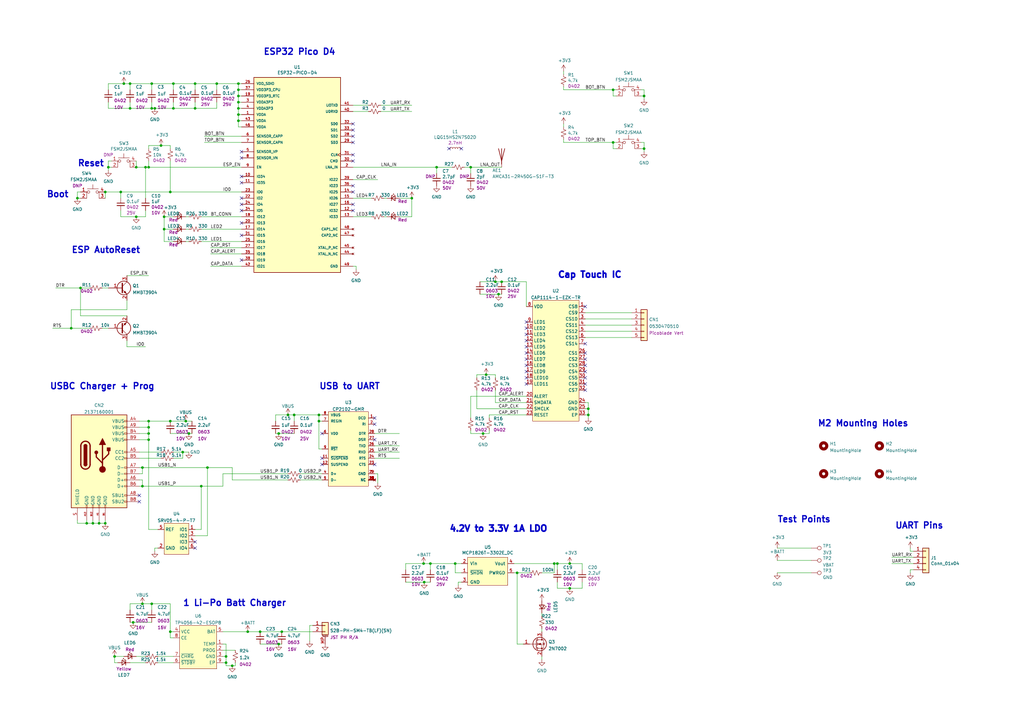
<source format=kicad_sch>
(kicad_sch (version 20211123) (generator eeschema)
  (paper "A3")
  (title_block (title "LightsProject") (rev "C") (comment 1 "Aaron"))
  (junction (at 69.85 78.74))
  (junction (at 205.74 115.57))
  (junction (at 66.04 59.69))
  (junction (at 55.88 68.58))
  (junction (at 60.96 68.58))
  (junction (at 85.09 191.77))
  (junction (at 49.53 78.74))
  (junction (at 44.45 68.58))
  (junction (at 74.93 185.42))
  (junction (at 82.55 199.39))
  (junction (at 233.68 241.3))
  (junction (at 115.57 259.08))
  (junction (at 193.04 68.58))
  (junction (at 251.46 36.83))
  (junction (at 53.34 44.45))
  (junction (at 204.47 120.65))
  (junction (at 173.99 238.76))
  (junction (at 176.53 231.14))
  (junction (at 97.79 46.99))
  (junction (at 88.9 34.29))
  (junction (at 80.01 44.45))
  (junction (at 228.6 231.14))
  (junction (at 43.18 214.63))
  (junction (at 264.16 60.96))
  (junction (at 241.3 167.64))
  (junction (at 227.33 231.14))
  (junction (at 71.12 34.29))
  (junction (at 264.16 39.37))
  (junction (at 58.42 199.39))
  (junction (at 63.5 44.45))
  (junction (at 67.31 93.98))
  (junction (at 186.69 231.14))
  (junction (at 92.71 269.24))
  (junction (at 233.68 231.14))
  (junction (at 76.2 172.72))
  (junction (at 97.79 44.45))
  (junction (at 106.68 259.08))
  (junction (at 53.34 34.29))
  (junction (at 43.18 78.74))
  (junction (at 120.65 170.18))
  (junction (at 50.8 34.29))
  (junction (at 60.96 180.34))
  (junction (at 97.79 49.53))
  (junction (at 251.46 58.42))
  (junction (at 97.79 34.29))
  (junction (at 31.75 81.28))
  (junction (at 67.31 88.9))
  (junction (at 95.25 273.05))
  (junction (at 114.3 177.8))
  (junction (at 60.96 175.26))
  (junction (at 97.79 36.83))
  (junction (at 69.85 172.72))
  (junction (at 71.12 44.45))
  (junction (at 59.69 68.58))
  (junction (at 55.88 88.9))
  (junction (at 130.81 172.72))
  (junction (at 46.99 269.24))
  (junction (at 58.42 191.77))
  (junction (at 212.09 234.95))
  (junction (at 60.96 172.72))
  (junction (at 54.61 255.27))
  (junction (at 179.07 68.58))
  (junction (at 199.39 153.67))
  (junction (at 203.2 115.57))
  (junction (at 97.79 41.91))
  (junction (at 173.7271 231.14))
  (junction (at 62.23 44.45))
  (junction (at 114.3 264.16))
  (junction (at 101.6 259.08))
  (junction (at 60.96 177.8))
  (junction (at 35.56 214.63))
  (junction (at 130.81 170.18))
  (junction (at 97.79 39.37))
  (junction (at 38.1 214.63))
  (junction (at 118.11 170.18))
  (junction (at 62.23 247.65))
  (junction (at 29.21 134.62))
  (junction (at 168.91 81.28))
  (junction (at 92.71 271.78))
  (junction (at 69.85 259.08))
  (junction (at 40.64 214.63))
  (junction (at 198.12 177.8))
  (junction (at 77.47 177.8))
  (junction (at 241.3 170.18))
  (junction (at 80.01 34.29))
  (junction (at 33.02 118.11))
  (junction (at 58.42 247.65))
  (junction (at 62.23 34.29))
  (no_connect (at 80.01 222.25))
  (no_connect (at 240.03 152.4))
  (no_connect (at 144.78 53.34))
  (no_connect (at 99.06 96.52))
  (no_connect (at 215.9 154.94))
  (no_connect (at 99.06 64.77))
  (no_connect (at 144.78 58.42))
  (no_connect (at 57.15 205.74))
  (no_connect (at 99.06 91.44))
  (no_connect (at 184.15 60.96))
  (no_connect (at 99.06 81.28))
  (no_connect (at 144.78 63.5))
  (no_connect (at 80.01 224.79))
  (no_connect (at 153.67 180.34))
  (no_connect (at 99.06 72.39))
  (no_connect (at 240.03 160.02))
  (no_connect (at 132.08 187.96))
  (no_connect (at 215.9 142.24))
  (no_connect (at 144.78 66.04))
  (no_connect (at 144.78 76.2))
  (no_connect (at 215.9 157.48))
  (no_connect (at 215.9 144.78))
  (no_connect (at 99.06 86.36))
  (no_connect (at 144.78 78.74))
  (no_connect (at 132.08 177.8))
  (no_connect (at 215.9 137.16))
  (no_connect (at 57.15 203.2))
  (no_connect (at 99.06 83.82))
  (no_connect (at 153.67 190.5))
  (no_connect (at 99.06 74.93))
  (no_connect (at 215.9 132.08))
  (no_connect (at 153.67 171.45))
  (no_connect (at 215.9 147.32))
  (no_connect (at 240.03 147.32))
  (no_connect (at 240.03 154.94))
  (no_connect (at 189.23 60.96))
  (no_connect (at 144.78 83.82))
  (no_connect (at 99.06 106.68))
  (no_connect (at 215.9 152.4))
  (no_connect (at 144.78 50.8))
  (no_connect (at 153.67 173.99))
  (no_connect (at 215.9 149.86))
  (no_connect (at 240.03 140.97))
  (no_connect (at 144.78 55.88))
  (no_connect (at 215.9 134.62))
  (no_connect (at 240.03 144.78))
  (no_connect (at 132.08 190.5))
  (no_connect (at 240.03 157.48))
  (no_connect (at 144.78 86.36))
  (no_connect (at 240.03 149.86))
  (no_connect (at 240.03 125.73))
  (no_connect (at 99.06 62.23))
  (no_connect (at 215.9 139.7))
  (wire (pts (xy 132.08 172.72) (xy 130.81 172.72)))
  (wire (pts (xy 52.07 113.03) (xy 60.96 113.03)))
  (wire (pts (xy 97.79 46.99) (xy 97.79 49.53)))
  (wire (pts (xy 83.82 58.42) (xy 99.06 58.42)))
  (wire (pts (xy 40.64 214.63) (xy 43.18 214.63)))
  (wire (pts (xy 240.03 170.18) (xy 241.3 170.18)))
  (wire (pts (xy 144.78 43.18) (xy 151.13 43.18)))
  (wire (pts (xy 130.81 172.72) (xy 130.81 170.18)))
  (wire (pts (xy 203.2 160.02) (xy 203.2 165.1)))
  (wire (pts (xy 80.01 217.17) (xy 82.55 217.17)))
  (wire (pts (xy 210.82 231.14) (xy 227.33 231.14)))
  (wire (pts (xy 60.96 66.04) (xy 60.96 68.58)))
  (wire (pts (xy 69.85 259.08) (xy 71.12 259.08)))
  (wire (pts (xy 22.86 118.11) (xy 33.02 118.11)))
  (wire (pts (xy 50.8 34.29) (xy 53.34 34.29)))
  (wire (pts (xy 74.93 185.42) (xy 77.47 185.42)))
  (wire (pts (xy 240.03 133.35) (xy 259.08 133.35)))
  (wire (pts (xy 31.75 78.74) (xy 31.75 81.28)))
  (wire (pts (xy 144.78 109.22) (xy 146.05 109.22)))
  (wire (pts (xy 80.01 219.71) (xy 85.09 219.71)))
  (wire (pts (xy 44.45 66.04) (xy 44.45 68.58)))
  (wire (pts (xy 88.9 44.45) (xy 88.9 41.91)))
  (wire (pts (xy 29.21 134.62) (xy 36.83 134.62)))
  (wire (pts (xy 203.2 165.1) (xy 215.9 165.1)))
  (wire (pts (xy 45.72 66.04) (xy 44.45 66.04)))
  (wire (pts (xy 144.78 73.66) (xy 154.94 73.66)))
  (wire (pts (xy 49.53 88.9) (xy 55.88 88.9)))
  (wire (pts (xy 179.07 68.58) (xy 185.42 68.58)))
  (wire (pts (xy 146.05 109.22) (xy 146.05 110.49)))
  (wire (pts (xy 88.9 34.29) (xy 88.9 36.83)))
  (wire (pts (xy 53.34 41.91) (xy 53.34 44.45)))
  (wire (pts (xy 41.91 134.62) (xy 44.45 134.62)))
  (wire (pts (xy 67.31 88.9) (xy 71.12 88.9)))
  (wire (pts (xy 373.38 233.68) (xy 374.65 233.68)))
  (wire (pts (xy 166.37 231.14) (xy 173.7271 231.14)))
  (wire (pts (xy 71.12 44.45) (xy 80.01 44.45)))
  (wire (pts (xy 114.3 264.16) (xy 115.57 264.16)))
  (wire (pts (xy 46.99 269.24) (xy 50.8 269.24)))
  (wire (pts (xy 365.76 231.14) (xy 374.65 231.14)))
  (wire (pts (xy 96.52 271.78) (xy 96.52 273.05)))
  (wire (pts (xy 63.5 226.06) (xy 63.5 224.79)))
  (wire (pts (xy 46.99 271.78) (xy 46.99 269.24)))
  (wire (pts (xy 113.03 170.18) (xy 118.11 170.18)))
  (wire (pts (xy 203.2 115.57) (xy 205.74 115.57)))
  (wire (pts (xy 62.23 41.91) (xy 62.23 44.45)))
  (wire (pts (xy 228.6 238.76) (xy 228.6 241.3)))
  (wire (pts (xy 127 256.54) (xy 128.27 256.54)))
  (wire (pts (xy 44.45 68.58) (xy 44.45 69.85)))
  (wire (pts (xy 58.42 199.39) (xy 82.55 199.39)))
  (wire (pts (xy 57.15 172.72) (xy 60.96 172.72)))
  (wire (pts (xy 156.21 45.72) (xy 168.91 45.72)))
  (wire (pts (xy 166.37 233.68) (xy 166.37 231.14)))
  (wire (pts (xy 373.38 234.95) (xy 373.38 233.68)))
  (wire (pts (xy 212.09 234.95) (xy 210.82 234.95)))
  (wire (pts (xy 222.25 234.95) (xy 227.33 234.95)))
  (wire (pts (xy 373.38 226.06) (xy 374.65 226.06)))
  (wire (pts (xy 365.76 228.6) (xy 374.65 228.6)))
  (wire (pts (xy 212.09 264.16) (xy 212.09 234.95)))
  (wire (pts (xy 186.69 231.14) (xy 189.23 231.14)))
  (wire (pts (xy 71.12 41.91) (xy 71.12 44.45)))
  (wire (pts (xy 217.17 234.95) (xy 212.09 234.95)))
  (wire (pts (xy 60.96 180.34) (xy 60.96 217.17)))
  (wire (pts (xy 195.58 154.94) (xy 195.58 153.67)))
  (wire (pts (xy 264.16 36.83) (xy 264.16 39.37)))
  (wire (pts (xy 227.33 234.95) (xy 227.33 231.14)))
  (wire (pts (xy 97.79 36.83) (xy 97.79 39.37)))
  (wire (pts (xy 240.03 138.43) (xy 259.08 138.43)))
  (wire (pts (xy 69.85 172.72) (xy 76.2 172.72)))
  (wire (pts (xy 204.47 120.65) (xy 205.74 120.65)))
  (wire (pts (xy 193.04 162.56) (xy 193.04 171.45)))
  (wire (pts (xy 193.04 71.12) (xy 193.04 68.58)))
  (wire (pts (xy 62.23 36.83) (xy 62.23 34.29)))
  (wire (pts (xy 60.96 59.69) (xy 60.96 60.96)))
  (wire (pts (xy 123.19 194.31) (xy 132.08 194.31)))
  (wire (pts (xy 318.77 234.95) (xy 332.74 234.95)))
  (wire (pts (xy 43.18 78.74) (xy 49.53 78.74)))
  (wire (pts (xy 228.6 241.3) (xy 233.68 241.3)))
  (wire (pts (xy 99.06 49.53) (xy 97.79 49.53)))
  (wire (pts (xy 44.45 36.83) (xy 44.45 34.29)))
  (wire (pts (xy 44.45 34.29) (xy 50.8 34.29)))
  (wire (pts (xy 97.79 49.53) (xy 97.79 52.07)))
  (wire (pts (xy 153.67 185.42) (xy 163.83 185.42)))
  (wire (pts (xy 115.57 259.08) (xy 128.27 259.08)))
  (wire (pts (xy 240.03 130.81) (xy 259.08 130.81)))
  (wire (pts (xy 193.04 68.58) (xy 205.74 68.58)))
  (wire (pts (xy 231.14 58.42) (xy 251.46 58.42)))
  (wire (pts (xy 85.09 191.77) (xy 95.25 191.77)))
  (wire (pts (xy 251.46 36.83) (xy 252.73 36.83)))
  (wire (pts (xy 92.71 269.24) (xy 92.71 271.78)))
  (wire (pts (xy 69.85 259.08) (xy 69.85 247.65)))
  (wire (pts (xy 222.25 252.73) (xy 222.25 251.46)))
  (wire (pts (xy 231.14 29.21) (xy 231.14 30.48)))
  (wire (pts (xy 91.44 259.08) (xy 101.6 259.08)))
  (wire (pts (xy 66.04 59.69) (xy 60.96 59.69)))
  (wire (pts (xy 193.04 68.58) (xy 190.5 68.58)))
  (wire (pts (xy 69.85 177.8) (xy 77.47 177.8)))
  (wire (pts (xy 200.66 170.18) (xy 200.66 171.45)))
  (wire (pts (xy 189.23 234.95) (xy 186.69 234.95)))
  (wire (pts (xy 57.15 191.77) (xy 58.42 191.77)))
  (wire (pts (xy 53.34 250.19) (xy 53.34 247.65)))
  (wire (pts (xy 53.34 247.65) (xy 58.42 247.65)))
  (wire (pts (xy 35.56 213.36) (xy 35.56 214.63)))
  (wire (pts (xy 233.68 231.14) (xy 238.76 231.14)))
  (wire (pts (xy 76.2 99.06) (xy 77.47 99.06)))
  (wire (pts (xy 76.2 172.72) (xy 78.74 172.72)))
  (wire (pts (xy 251.46 39.37) (xy 251.46 36.83)))
  (wire (pts (xy 40.64 213.36) (xy 40.64 214.63)))
  (wire (pts (xy 238.76 241.3) (xy 238.76 238.76)))
  (wire (pts (xy 99.06 46.99) (xy 97.79 46.99)))
  (wire (pts (xy 60.96 68.58) (xy 99.06 68.58)))
  (wire (pts (xy 60.96 68.58) (xy 59.69 68.58)))
  (wire (pts (xy 80.01 41.91) (xy 80.01 44.45)))
  (wire (pts (xy 120.65 170.18) (xy 120.65 172.72)))
  (wire (pts (xy 99.06 39.37) (xy 97.79 39.37)))
  (wire (pts (xy 130.81 170.18) (xy 132.08 170.18)))
  (wire (pts (xy 33.02 81.28) (xy 31.75 81.28)))
  (wire (pts (xy 153.67 182.88) (xy 163.83 182.88)))
  (wire (pts (xy 262.89 60.96) (xy 264.16 60.96)))
  (wire (pts (xy 92.71 264.16) (xy 92.71 269.24)))
  (wire (pts (xy 231.14 50.8) (xy 231.14 52.07)))
  (wire (pts (xy 53.34 255.27) (xy 54.61 255.27)))
  (wire (pts (xy 83.82 55.88) (xy 99.06 55.88)))
  (wire (pts (xy 57.15 196.85) (xy 58.42 196.85)))
  (wire (pts (xy 156.21 43.18) (xy 168.91 43.18)))
  (wire (pts (xy 251.46 60.96) (xy 251.46 58.42)))
  (wire (pts (xy 49.53 78.74) (xy 69.85 78.74)))
  (wire (pts (xy 163.83 81.28) (xy 168.91 81.28)))
  (wire (pts (xy 21.59 134.62) (xy 29.21 134.62)))
  (wire (pts (xy 86.36 104.14) (xy 99.06 104.14)))
  (wire (pts (xy 43.18 81.28) (xy 43.18 78.74)))
  (wire (pts (xy 49.53 86.36) (xy 49.53 88.9)))
  (wire (pts (xy 69.85 78.74) (xy 99.06 78.74)))
  (wire (pts (xy 233.68 241.3) (xy 238.76 241.3)))
  (wire (pts (xy 45.72 68.58) (xy 44.45 68.58)))
  (wire (pts (xy 106.68 264.16) (xy 114.3 264.16)))
  (wire (pts (xy 35.56 214.63) (xy 38.1 214.63)))
  (wire (pts (xy 373.38 224.79) (xy 373.38 226.06)))
  (wire (pts (xy 31.75 213.36) (xy 31.75 214.63)))
  (wire (pts (xy 82.55 99.06) (xy 99.06 99.06)))
  (wire (pts (xy 222.25 259.08) (xy 222.25 257.81)))
  (wire (pts (xy 38.1 214.63) (xy 40.64 214.63)))
  (wire (pts (xy 97.79 39.37) (xy 97.79 41.91)))
  (wire (pts (xy 60.96 177.8) (xy 60.96 180.34)))
  (wire (pts (xy 132.08 184.15) (xy 130.81 184.15)))
  (wire (pts (xy 38.1 213.36) (xy 38.1 214.63)))
  (wire (pts (xy 176.53 231.14) (xy 176.53 233.68)))
  (wire (pts (xy 114.3 177.8) (xy 120.65 177.8)))
  (wire (pts (xy 99.06 41.91) (xy 97.79 41.91)))
  (wire (pts (xy 60.96 172.72) (xy 69.85 172.72)))
  (wire (pts (xy 238.76 231.14) (xy 238.76 233.68)))
  (wire (pts (xy 228.6 231.14) (xy 233.68 231.14)))
  (wire (pts (xy 64.77 217.17) (xy 60.96 217.17)))
  (wire (pts (xy 264.16 58.42) (xy 264.16 60.96)))
  (wire (pts (xy 95.25 196.85) (xy 118.11 196.85)))
  (wire (pts (xy 62.23 34.29) (xy 71.12 34.29)))
  (wire (pts (xy 53.34 34.29) (xy 62.23 34.29)))
  (wire (pts (xy 48.26 271.78) (xy 46.99 271.78)))
  (wire (pts (xy 240.03 135.89) (xy 259.08 135.89)))
  (wire (pts (xy 59.69 68.58) (xy 55.88 68.58)))
  (wire (pts (xy 69.85 247.65) (xy 62.23 247.65)))
  (wire (pts (xy 231.14 36.83) (xy 251.46 36.83)))
  (wire (pts (xy 231.14 58.42) (xy 231.14 57.15)))
  (wire (pts (xy 99.06 36.83) (xy 97.79 36.83)))
  (wire (pts (xy 57.15 187.96) (xy 66.04 187.96)))
  (wire (pts (xy 240.03 128.27) (xy 259.08 128.27)))
  (wire (pts (xy 58.42 196.85) (xy 58.42 199.39)))
  (wire (pts (xy 200.66 177.8) (xy 200.66 176.53)))
  (wire (pts (xy 57.15 194.31) (xy 58.42 194.31)))
  (wire (pts (xy 64.77 271.78) (xy 71.12 271.78)))
  (wire (pts (xy 63.5 44.45) (xy 71.12 44.45)))
  (wire (pts (xy 60.96 172.72) (xy 60.96 175.26)))
  (wire (pts (xy 76.2 88.9) (xy 77.47 88.9)))
  (wire (pts (xy 166.37 238.76) (xy 173.99 238.76)))
  (wire (pts (xy 196.85 120.65) (xy 204.47 120.65)))
  (wire (pts (xy 52.07 142.24) (xy 59.69 142.24)))
  (wire (pts (xy 95.25 191.77) (xy 95.25 196.85)))
  (wire (pts (xy 199.39 153.67) (xy 203.2 153.67)))
  (wire (pts (xy 176.53 231.14) (xy 186.69 231.14)))
  (wire (pts (xy 69.85 59.69) (xy 66.04 59.69)))
  (wire (pts (xy 95.25 273.05) (xy 92.71 273.05)))
  (wire (pts (xy 187.96 238.76) (xy 189.23 238.76)))
  (wire (pts (xy 153.67 194.31) (xy 154.94 194.31)))
  (wire (pts (xy 123.19 196.85) (xy 132.08 196.85)))
  (wire (pts (xy 154.94 194.31) (xy 154.94 198.12)))
  (wire (pts (xy 82.55 93.98) (xy 99.06 93.98)))
  (wire (pts (xy 130.81 184.15) (xy 130.81 172.72)))
  (wire (pts (xy 205.74 115.57) (xy 215.9 115.57)))
  (wire (pts (xy 203.2 153.67) (xy 203.2 154.94)))
  (wire (pts (xy 195.58 167.64) (xy 215.9 167.64)))
  (wire (pts (xy 74.93 187.96) (xy 74.93 185.42)))
  (wire (pts (xy 106.68 259.08) (xy 115.57 259.08)))
  (wire (pts (xy 101.6 259.08) (xy 106.68 259.08)))
  (wire (pts (xy 64.77 269.24) (xy 71.12 269.24)))
  (wire (pts (xy 59.69 81.28) (xy 59.69 68.58)))
  (wire (pts (xy 58.42 247.65) (xy 62.23 247.65)))
  (wire (pts (xy 193.04 177.8) (xy 198.12 177.8)))
  (wire (pts (xy 49.53 81.28) (xy 49.53 78.74)))
  (wire (pts (xy 31.75 214.63) (xy 35.56 214.63)))
  (wire (pts (xy 91.44 269.24) (xy 92.71 269.24)))
  (wire (pts (xy 187.96 240.03) (xy 187.96 238.76)))
  (wire (pts (xy 67.31 88.9) (xy 67.31 93.98)))
  (wire (pts (xy 241.3 165.1) (xy 241.3 167.64)))
  (wire (pts (xy 53.34 44.45) (xy 62.23 44.45)))
  (wire (pts (xy 228.6 233.68) (xy 228.6 231.14)))
  (wire (pts (xy 82.55 88.9) (xy 99.06 88.9)))
  (wire (pts (xy 67.31 93.98) (xy 67.31 99.06)))
  (wire (pts (xy 55.88 66.04) (xy 55.88 68.58)))
  (wire (pts (xy 252.73 60.96) (xy 251.46 60.96)))
  (wire (pts (xy 91.44 194.31) (xy 118.11 194.31)))
  (wire (pts (xy 52.07 123.19) (xy 52.07 127)))
  (wire (pts (xy 71.12 261.62) (xy 69.85 261.62)))
  (wire (pts (xy 173.7271 231.14) (xy 176.53 231.14)))
  (wire (pts (xy 58.42 194.31) (xy 58.42 191.77)))
  (wire (pts (xy 193.04 162.56) (xy 215.9 162.56)))
  (wire (pts (xy 241.3 170.18) (xy 241.3 171.45)))
  (wire (pts (xy 54.61 255.27) (xy 62.23 255.27)))
  (wire (pts (xy 264.16 60.96) (xy 264.16 62.23)))
  (wire (pts (xy 240.03 167.64) (xy 241.3 167.64)))
  (wire (pts (xy 71.12 34.29) (xy 80.01 34.29)))
  (wire (pts (xy 29.21 127) (xy 29.21 134.62)))
  (wire (pts (xy 57.15 180.34) (xy 60.96 180.34)))
  (wire (pts (xy 71.12 36.83) (xy 71.12 34.29)))
  (wire (pts (xy 214.63 264.16) (xy 212.09 264.16)))
  (wire (pts (xy 91.44 199.39) (xy 91.44 194.31)))
  (wire (pts (xy 173.99 238.76) (xy 176.53 238.76)))
  (wire (pts (xy 91.44 271.78) (xy 92.71 271.78)))
  (wire (pts (xy 168.91 81.28) (xy 168.91 88.9)))
  (wire (pts (xy 59.69 88.9) (xy 59.69 86.36)))
  (wire (pts (xy 196.85 115.57) (xy 203.2 115.57)))
  (wire (pts (xy 240.03 165.1) (xy 241.3 165.1)))
  (wire (pts (xy 200.66 170.18) (xy 215.9 170.18)))
  (wire (pts (xy 86.36 109.22) (xy 99.06 109.22)))
  (wire (pts (xy 53.34 36.83) (xy 53.34 34.29)))
  (wire (pts (xy 96.52 273.05) (xy 95.25 273.05)))
  (wire (pts (xy 99.06 44.45) (xy 97.79 44.45)))
  (wire (pts (xy 153.67 187.96) (xy 163.83 187.96)))
  (wire (pts (xy 113.03 177.8) (xy 114.3 177.8)))
  (wire (pts (xy 163.83 88.9) (xy 168.91 88.9)))
  (wire (pts (xy 86.36 101.6) (xy 99.06 101.6)))
  (wire (pts (xy 318.77 229.87) (xy 332.74 229.87)))
  (wire (pts (xy 69.85 261.62) (xy 69.85 259.08)))
  (wire (pts (xy 179.07 71.12) (xy 179.07 68.58)))
  (wire (pts (xy 69.85 60.96) (xy 69.85 59.69)))
  (wire (pts (xy 33.02 78.74) (xy 31.75 78.74)))
  (wire (pts (xy 127 256.54) (xy 127 262.89)))
  (wire (pts (xy 44.45 44.45) (xy 53.34 44.45)))
  (wire (pts (xy 29.21 127) (xy 52.07 127)))
  (wire (pts (xy 55.88 88.9) (xy 59.69 88.9)))
  (wire (pts (xy 44.45 41.91) (xy 44.45 44.45)))
  (wire (pts (xy 57.15 177.8) (xy 60.96 177.8)))
  (wire (pts (xy 33.02 129.54) (xy 33.02 118.11)))
  (wire (pts (xy 97.79 34.29) (xy 97.79 36.83)))
  (wire (pts (xy 43.18 213.36) (xy 43.18 214.63)))
  (wire (pts (xy 99.06 52.07) (xy 97.79 52.07)))
  (wire (pts (xy 144.78 45.72) (xy 151.13 45.72)))
  (wire (pts (xy 77.47 177.8) (xy 78.74 177.8)))
  (wire (pts (xy 195.58 153.67) (xy 199.39 153.67)))
  (wire (pts (xy 62.23 247.65) (xy 62.23 250.19)))
  (wire (pts (xy 144.78 68.58) (xy 179.07 68.58)))
  (wire (pts (xy 262.89 39.37) (xy 264.16 39.37)))
  (wire (pts (xy 67.31 99.06) (xy 71.12 99.06)))
  (wire (pts (xy 262.89 58.42) (xy 264.16 58.42)))
  (wire (pts (xy 264.16 39.37) (xy 264.16 40.64)))
  (wire (pts (xy 198.12 177.8) (xy 200.66 177.8)))
  (wire (pts (xy 57.15 199.39) (xy 58.42 199.39)))
  (wire (pts (xy 33.02 118.11) (xy 36.83 118.11)))
  (wire (pts (xy 318.77 224.79) (xy 332.74 224.79)))
  (wire (pts (xy 91.44 264.16) (xy 92.71 264.16)))
  (wire (pts (xy 158.75 81.28) (xy 157.48 81.28)))
  (wire (pts (xy 222.25 270.51) (xy 222.25 269.24)))
  (wire (pts (xy 80.01 36.83) (xy 80.01 34.29)))
  (wire (pts (xy 80.01 34.29) (xy 88.9 34.29)))
  (wire (pts (xy 92.71 271.78) (xy 92.71 273.05)))
  (wire (pts (xy 80.01 44.45) (xy 88.9 44.45)))
  (wire (pts (xy 52.07 139.7) (xy 52.07 142.24)))
  (wire (pts (xy 97.79 44.45) (xy 97.79 46.99)))
  (wire (pts (xy 113.03 172.72) (xy 113.03 170.18)))
  (wire (pts (xy 88.9 34.29) (xy 97.79 34.29)))
  (wire (pts (xy 186.69 234.95) (xy 186.69 231.14)))
  (wire (pts (xy 53.34 271.78) (xy 59.69 271.78)))
  (wire (pts (xy 231.14 36.83) (xy 231.14 35.56)))
  (wire (pts (xy 57.15 175.26) (xy 60.96 175.26)))
  (wire (pts (xy 67.31 93.98) (xy 71.12 93.98)))
  (wire (pts (xy 158.75 88.9) (xy 157.48 88.9)))
  (wire (pts (xy 55.88 269.24) (xy 59.69 269.24)))
  (wire (pts (xy 153.67 177.8) (xy 163.83 177.8)))
  (wire (pts (xy 195.58 160.02) (xy 195.58 167.64)))
  (wire (pts (xy 251.46 58.42) (xy 252.73 58.42)))
  (wire (pts (xy 215.9 115.57) (xy 215.9 125.73)))
  (wire (pts (xy 118.11 170.18) (xy 120.65 170.18)))
  (wire (pts (xy 57.15 185.42) (xy 66.04 185.42)))
  (wire (pts (xy 262.89 36.83) (xy 264.16 36.83)))
  (wire (pts (xy 193.04 176.53) (xy 193.04 177.8)))
  (wire (pts (xy 91.44 266.7) (xy 96.52 266.7)))
  (wire (pts (xy 82.55 199.39) (xy 91.44 199.39)))
  (wire (pts (xy 252.73 39.37) (xy 251.46 39.37)))
  (wire (pts (xy 120.65 170.18) (xy 130.81 170.18)))
  (wire (pts (xy 71.12 187.96) (xy 74.93 187.96)))
  (wire (pts (xy 69.85 66.04) (xy 69.85 78.74)))
  (wire (pts (xy 97.79 34.29) (xy 99.06 34.29)))
  (wire (pts (xy 63.5 224.79) (xy 64.77 224.79)))
  (wire (pts (xy 241.3 167.64) (xy 241.3 170.18)))
  (wire (pts (xy 85.09 191.77) (xy 85.09 219.71)))
  (wire (pts (xy 97.79 41.91) (xy 97.79 44.45)))
  (wire (pts (xy 82.55 199.39) (xy 82.55 217.17)))
  (wire (pts (xy 144.78 88.9) (xy 152.4 88.9)))
  (wire (pts (xy 71.12 185.42) (xy 74.93 185.42)))
  (wire (pts (xy 227.33 231.14) (xy 228.6 231.14)))
  (wire (pts (xy 62.23 44.45) (xy 63.5 44.45)))
  (wire (pts (xy 41.91 118.11) (xy 44.45 118.11)))
  (wire (pts (xy 58.42 191.77) (xy 85.09 191.77)))
  (wire (pts (xy 33.02 129.54) (xy 52.07 129.54)))
  (wire (pts (xy 76.2 93.98) (xy 77.47 93.98)))
  (wire (pts (xy 60.96 175.26) (xy 60.96 177.8)))
  (wire (pts (xy 144.78 81.28) (xy 152.4 81.28)))
  (text "1 Li-Po Batt Charger" (at 74.93 248.92 0) (effects (font (size 2.54 2.54) (thickness 0.508) bold) (justify left bottom)))
  (text "ESP32 Pico D4" (at 107.95 22.86 0) (effects (font (size 2.54 2.54) (thickness 0.508) bold) (justify left bottom)))
  (text "UART Pins" (at 367.03 217.17 0) (effects (font (size 2.54 2.54) (thickness 0.508) bold) (justify left bottom)))
  (text "USBC Charger + Prog" (at 20.32 160.02 0) (effects (font (size 2.54 2.54) (thickness 0.508) bold) (justify left bottom)))
  (text "Test Points" (at 318.77 214.63 0) (effects (font (size 2.54 2.54) (thickness 0.508) bold) (justify left bottom)))
  (text "M2 Mounting Holes" (at 335.28 175.26 0) (effects (font (size 2.54 2.54) (thickness 0.508) bold) (justify left bottom)))
  (text "ESP AutoReset" (at 29.21 104.14 0) (effects (font (size 2.54 2.54) (thickness 0.508) bold) (justify left bottom)))
  (text "Reset" (at 31.75 68.58 0) (effects (font (size 2.54 2.54) (thickness 0.508) bold) (justify left bottom)))
  (text "USB to UART" (at 130.81 160.02 0) (effects (font (size 2.54 2.54) (thickness 0.508) bold) (justify left bottom)))
  (text "Cap Touch IC" (at 228.6 114.3 0) (effects (font (size 2.54 2.54) (thickness 1.016) bold) (justify left bottom)))
  (text "Boot" (at 19.05 81.28 0) (effects (font (size 2.54 2.54) (thickness 0.508) bold) (justify left bottom)))
  (text "4.2V to 3.3V 1A LDO" (at 184.15 218.44 0) (effects (font (size 2.54 2.54) (thickness 1.016) bold) (justify left bottom)))
  (label "USB1_P" (at 106.68 194.31 0))
  (label "UART_RX" (at 365.76 228.6 0))
  (label "TOP_BTN" (at 240.03 58.42 0))
  (label "LED2" (at 86.36 93.98 0))
  (label "USB2_N" (at 124.46 196.85 0))
  (label "LED1" (at 86.36 99.06 0))
  (label "UART_RX" (at 160.02 43.18 0))
  (label "USB1_N" (at 64.77 191.77 0))
  (label "RTS" (at 154.94 187.96 0))
  (label "BOT_BTN" (at 83.82 55.88 0))
  (label "CAP_ALERT" (at 86.36 104.14 0))
  (label "CAP_DATA" (at 204.47 165.1 0))
  (label "DTR" (at 22.86 118.11 0))
  (label "IO0" (at 55.88 142.24 0))
  (label "DTR" (at 154.94 177.8 0))
  (label "ESP_EN" (at 53.34 113.03 0))
  (label "LED4" (at 146.05 81.28 0))
  (label "CAP_CLK" (at 146.05 73.66 0))
  (label "UART_TX" (at 365.76 231.14 0))
  (label "CAP_ALERT" (at 204.47 162.56 0))
  (label "CAP_DATA" (at 86.36 109.22 0))
  (label "LED3" (at 146.05 88.9 0))
  (label "UART_TX" (at 154.94 182.88 0))
  (label "LNA_OUT" (at 196.85 68.58 0))
  (label "LNA_IN" (at 156.21 68.58 0))
  (label "CAP_RST" (at 204.47 170.18 0))
  (label "USB1_N" (at 106.68 196.85 0))
  (label "TOP_BTN" (at 83.82 58.42 0))
  (label "CAP_CLK" (at 204.47 167.64 0))
  (label "USB2_P" (at 124.46 194.31 0))
  (label "UART_RX" (at 154.94 185.42 0))
  (label "BOT_BTN" (at 240.03 36.83 0))
  (label "BT_CONN" (at 86.36 88.9 0))
  (label "RTS" (at 21.59 134.62 0))
  (label "IO0" (at 91.44 78.74 0))
  (label "ESP_EN" (at 91.44 68.58 0))
  (label "UART_TX" (at 160.02 45.72 0))
  (label "CAP_RST" (at 86.36 101.6 0))
  (label "USB1_P" (at 64.77 199.39 0))
  (symbol (lib_id "personal_capacitors:2.2uF") (at 238.76 236.22 0) (unit 1)
    (property "Reference" "C20" (at 241.0968 232.7402 0) (effects (justify left)))
    (property "Value" "2.2uF" (at 241.0968 235.0516 0) (effects (justify left)))
    (property "Footprint" "Capacitor_SMD:C_0603_1608Metric" (effects hide))
    (property "Manufacturer" "Samsung Electro-Mechanics" (effects hide))
    (property "Part Number" "1276-1085-1-ND" (effects hide))
    (property "Size" "0603" (at 241.0968 237.363 0) (effects (justify left)))
    (property "Voltage" "10V" (at 241.0968 239.6744 0) (effects (justify left)))
  )
  (symbol (lib_id "personal_leds:NCD0805R1") (at 161.29 88.9 0) (unit 1)
    (property "Reference" "LED2" (at 165.1 87.63 0))
    (property "Value" "NCD0805R1" (effects hide))
    (property "Footprint" "LED_SMD:LED_0805_2012Metric" (effects hide))
    (property "Datasheet" "https://fscdn.rohm.com/en/products/databook/datasheet/opto/led/chip_mono/sml-d12x1-e.pdf" (effects hide))
    (property "Manufacturer" "Foshan NationStar Optoelectronics" (effects hide))
    (property "Part Number" "C84256" (effects hide))
    (property "Color" "Red" (at 165.1 90.17 0))
  )
  (symbol (lib_id "personal_resistors:10k") (at 60.96 63.5 0) (unit 1)
    (property "Reference" "R5" (at 62.6872 61.1886 0) (effects (justify left)))
    (property "Value" "10k" (at 62.6872 63.5 0) (effects (justify left)))
    (property "Footprint" "Resistor_SMD:R_0402_1005Metric" (effects hide))
    (property "Manufacturer" "Stackpole Electronics Inc" (effects hide))
    (property "Part Number" "RMCF0402FT10K0CT-ND" (effects hide))
    (property "Size" "0402" (at 62.6872 65.8114 0) (effects (justify left)))
  )
  (symbol (lib_id "personal_resistors:4.7k") (at 69.85 63.5 0) (unit 1)
    (property "Reference" "R6" (at 71.5772 61.1886 0) (effects (justify left)))
    (property "Value" "4.7k" (at 71.5772 63.5 0) (effects (justify left)))
    (property "Footprint" "Resistor_SMD:R_0402_1005Metric" (effects hide))
    (property "Manufacturer" "Stackpole Electronics Inc" (effects hide))
    (property "Part Number" "RMCF0402FT4K70CT-ND" (effects hide))
    (property "Size" "0402" (at 71.5772 65.8114 0) (effects (justify left)))
  )
  (symbol (lib_id "personal_leds:NCD0805R1") (at 73.66 99.06 0) (mirror y) (unit 1)
    (property "Reference" "LED4" (at 71.12 97.79 0))
    (property "Value" "NCD0805R1" (effects hide))
    (property "Footprint" "LED_SMD:LED_0805_2012Metric" (effects hide))
    (property "Datasheet" "https://fscdn.rohm.com/en/products/databook/datasheet/opto/led/chip_mono/sml-d12x1-e.pdf" (effects hide))
    (property "Manufacturer" "Foshan NationStar Optoelectronics" (effects hide))
    (property "Part Number" "C84256" (effects hide))
    (property "Color" "Red" (at 71.12 100.33 0))
  )
  (symbol (lib_id "personal_leds:NCD0805R1") (at 161.29 81.28 0) (unit 1)
    (property "Reference" "LED1" (at 165.1 80.01 0))
    (property "Value" "NCD0805R1" (effects hide))
    (property "Footprint" "LED_SMD:LED_0805_2012Metric" (effects hide))
    (property "Datasheet" "https://fscdn.rohm.com/en/products/databook/datasheet/opto/led/chip_mono/sml-d12x1-e.pdf" (effects hide))
    (property "Manufacturer" "Foshan NationStar Optoelectronics" (effects hide))
    (property "Part Number" "C84256" (effects hide))
    (property "Color" "Red" (at 165.1 82.55 0))
  )
  (symbol (lib_id "power:+3.3V") (at 66.04 59.69 0) (unit 1)
    (property "Reference" "#PWR06" (effects hide))
    (property "Value" "+3.3V" (at 66.421 55.2958 0))
  )
  (symbol (lib_id "Mechanical:MountingHole") (at 360.68 182.88 0) (unit 1) (in_bom no)
    (property "Reference" "H2" (at 363.22 181.9715 0) (effects (justify left)))
    (property "Value" "MountingHole" (at 363.22 184.7466 0) (effects (justify left)))
    (property "Footprint" "MountingHole:MountingHole_2.2mm_M2_ISO14580" (effects hide))
  )
  (symbol (lib_id "power:+BATT") (at 318.77 229.87 0) (unit 1)
    (property "Reference" "#PWR031" (effects hide))
    (property "Value" "+BATT" (at 318.77 226.2655 0))
  )
  (symbol (lib_id "power:GND") (at 173.99 238.76 0) (unit 1)
    (property "Reference" "#PWR036" (effects hide))
    (property "Value" "GND" (at 173.99 243.3225 0))
  )
  (symbol (lib_id "personal_resistors:1.2k") (at 96.52 269.24 0) (unit 1)
    (property "Reference" "R24" (at 98.171 266.9439 0) (effects (justify left)))
    (property "Value" "1.2k" (at 98.171 269.719 0) (effects (justify left)))
    (property "Footprint" "Resistor_SMD:R_0402_1005Metric" (effects hide))
    (property "Manufacturer" "YAGEO" (effects hide))
    (property "Part Number" "YAG3447CT-ND" (effects hide))
    (property "Size" "0402" (at 98.171 272.4941 0) (effects (justify left)))
  )
  (symbol (lib_id "personal_resistors:0") (at 187.96 68.58 270) (unit 1)
    (property "Reference" "R27" (at 184.15 67.31 90))
    (property "Value" "0" (at 191.77 67.31 90))
    (property "Footprint" "Resistor_SMD:R_0402_1005Metric" (effects hide))
    (property "Manufacturer" "Stackpole Electronics Inc" (effects hide))
    (property "Part Number" "RMCF0402ZT0R00CT-ND" (effects hide))
    (property "Size" "0402" (effects hide))
  )
  (symbol (lib_id "Mechanical:MountingHole") (at 337.82 194.31 0) (unit 1) (in_bom no)
    (property "Reference" "H3" (at 340.36 193.4015 0) (effects (justify left)))
    (property "Value" "MountingHole" (at 340.36 196.1766 0) (effects (justify left)))
    (property "Footprint" "MountingHole:MountingHole_2.2mm_M2_ISO14580" (effects hide))
  )
  (symbol (lib_id "personal_capacitors:4.7uF") (at 115.57 261.62 0) (unit 1)
    (property "Reference" "C24" (at 117.8941 257.9427 0) (effects (justify left)))
    (property "Value" "4.7uF" (at 117.8941 260.7178 0) (effects (justify left)))
    (property "Footprint" "Capacitor_SMD:C_0603_1608Metric" (effects hide))
    (property "Manufacturer" "Samsung Electro-Mechanics" (effects hide))
    (property "Part Number" "1276-1784-1-ND" (effects hide))
    (property "Size" "0603" (at 117.8941 263.4929 0) (effects (justify left)))
    (property "Voltage" "16V" (at 117.8941 266.268 0) (effects (justify left)))
  )
  (symbol (lib_id "personal_resistors:330") (at 80.01 93.98 270) (unit 1)
    (property "Reference" "R9" (at 76.2 92.71 90) (effects (justify left)))
    (property "Value" "330" (at 81.28 92.71 90) (effects (justify left)))
    (property "Footprint" "Resistor_SMD:R_0402_1005Metric" (effects hide))
    (property "Manufacturer" "YAGEO" (effects hide))
    (property "Part Number" "311-330LRCT-ND" (effects hide))
    (property "Size" "0402" (effects hide))
  )
  (symbol (lib_id "power:+3.3V") (at 231.14 29.21 0) (unit 1)
    (property "Reference" "#PWR01" (effects hide))
    (property "Value" "+3.3V" (at 231.521 24.8158 0))
  )
  (symbol (lib_id "personal_capacitors:4.7uF") (at 106.68 261.62 0) (unit 1)
    (property "Reference" "C23" (at 109.0041 257.9427 0) (effects (justify left)))
    (property "Value" "4.7uF" (at 109.0041 260.7178 0) (effects (justify left)))
    (property "Footprint" "Capacitor_SMD:C_0603_1608Metric" (effects hide))
    (property "Manufacturer" "Samsung Electro-Mechanics" (effects hide))
    (property "Part Number" "1276-1784-1-ND" (effects hide))
    (property "Size" "0603" (at 109.0041 263.4929 0) (effects (justify left)))
    (property "Voltage" "16V" (at 109.0041 266.268 0) (effects (justify left)))
  )
  (symbol (lib_id "personal_resistors:4.7k") (at 231.14 33.02 0) (unit 1)
    (property "Reference" "R1" (at 232.8672 30.7086 0) (effects (justify left)))
    (property "Value" "4.7k" (at 232.8672 33.02 0) (effects (justify left)))
    (property "Footprint" "Resistor_SMD:R_0402_1005Metric" (effects hide))
    (property "Manufacturer" "Stackpole Electronics Inc" (effects hide))
    (property "Part Number" "RMCF0402FT4K70CT-ND" (effects hide))
    (property "Size" "0402" (at 232.8672 35.3314 0) (effects (justify left)))
  )
  (symbol (lib_id "personal_resistors:4.7k") (at 203.2 157.48 0) (unit 1)
    (property "Reference" "R14" (at 204.9272 155.1686 0) (effects (justify left)))
    (property "Value" "4.7k" (at 204.9272 157.48 0) (effects (justify left)))
    (property "Footprint" "Resistor_SMD:R_0402_1005Metric" (effects hide))
    (property "Manufacturer" "Stackpole Electronics Inc" (effects hide))
    (property "Part Number" "RMCF0402FT4K70CT-ND" (effects hide))
    (property "Size" "0402" (at 204.9272 159.7914 0) (effects (justify left)))
  )
  (symbol (lib_id "power:+3.3V") (at 67.31 88.9 0) (unit 1)
    (property "Reference" "#PWR014" (effects hide))
    (property "Value" "+3.3V" (at 69.85 85.09 0))
  )
  (symbol (lib_id "power:GND") (at 133.35 264.16 0) (unit 1)
    (property "Reference" "#PWR044" (effects hide))
    (property "Value" "GND" (at 133.35 268.7225 0))
  )
  (symbol (lib_id "power:GND") (at 193.04 76.2 0) (unit 1)
    (property "Reference" "#PWR010" (effects hide))
    (property "Value" "GND" (at 193.04 80.7625 0))
  )
  (symbol (lib_id "personal_connectors:2137160001") (at 40.64 190.5 0) (unit 1)
    (property "Reference" "CN2" (at 40.64 166.2135 0))
    (property "Value" "2137160001" (at 40.64 168.9886 0))
    (property "Footprint" "personal:2137160001" (effects hide))
    (property "Datasheet" "https://www.molex.com/webdocs/datasheets/pdf/en-us/2137160001_IO_CONNECTORS.pdf" (effects hide))
    (property "Manufacturer" "Molex" (effects hide))
    (property "Part Number" "900-2137160001CT-ND" (effects hide))
  )
  (symbol (lib_id "power:GND") (at 54.61 255.27 0) (unit 1)
    (property "Reference" "#PWR041" (effects hide))
    (property "Value" "GND" (at 54.61 259.8325 0))
  )
  (symbol (lib_id "personal_ldo:MCP1826T-3302E_DC") (at 200.66 233.68 0) (unit 1)
    (property "Reference" "U5" (at 200.025 224.409 0))
    (property "Value" "MCP1826T-3302E_DC" (at 200.025 226.7204 0))
    (property "Footprint" "Package_TO_SOT_SMD:SOT-223-6_TabPin3" (effects hide))
    (property "Datasheet" "https://ww1.microchip.com/downloads/en/DeviceDoc/22057B.pdf" (effects hide))
    (property "Manufacturer" "Microchip Technology" (effects hide))
    (property "Part Number" "Ologic" (effects hide))
  )
  (symbol (lib_id "personal_leds:NCD0805R1") (at 73.66 93.98 0) (mirror y) (unit 1)
    (property "Reference" "LED3" (at 71.12 92.71 0))
    (property "Value" "NCD0805R1" (effects hide))
    (property "Footprint" "LED_SMD:LED_0805_2012Metric" (effects hide))
    (property "Datasheet" "https://fscdn.rohm.com/en/products/databook/datasheet/opto/led/chip_mono/sml-d12x1-e.pdf" (effects hide))
    (property "Manufacturer" "Foshan NationStar Optoelectronics" (effects hide))
    (property "Part Number" "C84256" (effects hide))
    (property "Color" "Red" (at 71.12 95.25 0))
  )
  (symbol (lib_id "personal_connectors:0530470510") (at 264.16 133.35 0) (unit 1)
    (property "Reference" "CN1" (at 266.192 131.0539 0) (effects (justify left)))
    (property "Value" "0530470510" (at 266.192 133.829 0) (effects (justify left)))
    (property "Footprint" "personal:0530470510" (effects hide))
    (property "Datasheet" "https://www.molex.com/pdm_docs/sd/530470510_sd.pdf" (effects hide))
    (property "Manufacturer" "Molex" (effects hide))
    (property "Part Number" "WM1734-ND" (effects hide))
    (property "Type" "Picoblade Vert" (at 266.192 136.6041 0) (effects (justify left)))
  )
  (symbol (lib_id "power:GND") (at 146.05 110.49 0) (unit 1)
    (property "Reference" "#PWR015" (effects hide))
    (property "Value" "GND" (at 146.05 115.0525 0))
  )
  (symbol (lib_id "personal_resistors:1.5k") (at 62.23 271.78 90) (unit 1)
    (property "Reference" "R25" (at 59.69 270.51 90))
    (property "Value" "1.5k" (at 66.04 270.51 90))
    (property "Footprint" "Resistor_SMD:R_0402_1005Metric" (effects hide))
    (property "Manufacturer" "Stackpole Electronics Inc" (effects hide))
    (property "Part Number" "RMCF0402FT1K50CT-ND" (effects hide))
    (property "Size" "0402" (effects hide))
  )
  (symbol (lib_id "power:GND") (at 43.18 214.63 0) (unit 1)
    (property "Reference" "#PWR027" (effects hide))
    (property "Value" "GND" (at 43.18 219.1925 0))
  )
  (symbol (lib_id "personal_leds:NCD0805R1") (at 73.66 88.9 0) (mirror y) (unit 1)
    (property "Reference" "LED8" (at 71.12 87.63 0))
    (property "Value" "NCD0805R1" (effects hide))
    (property "Footprint" "LED_SMD:LED_0805_2012Metric" (effects hide))
    (property "Datasheet" "https://fscdn.rohm.com/en/products/databook/datasheet/opto/led/chip_mono/sml-d12x1-e.pdf" (effects hide))
    (property "Manufacturer" "Foshan NationStar Optoelectronics" (effects hide))
    (property "Part Number" "C84256" (effects hide))
    (property "Color" "Red" (at 71.12 90.17 0))
  )
  (symbol (lib_id "power:VBUS") (at 58.42 247.65 0) (unit 1)
    (property "Reference" "#PWR040" (effects hide))
    (property "Value" "VBUS" (at 58.42 244.0455 0))
  )
  (symbol (lib_id "power:VBUS") (at 46.99 269.24 0) (unit 1)
    (property "Reference" "#PWR046" (effects hide))
    (property "Value" "VBUS" (at 46.99 265.6355 0))
  )
  (symbol (lib_id "personal_capacitors:0.1uF") (at 71.12 39.37 0) (unit 1)
    (property "Reference" "C4" (at 73.4568 35.8902 0) (effects (justify left)))
    (property "Value" "0.1uF" (at 73.4568 38.2016 0) (effects (justify left)))
    (property "Footprint" "Capacitor_SMD:C_0402_1005Metric" (effects hide))
    (property "Manufacturer" "Samsung Electro-Mechanics" (effects hide))
    (property "Part Number" "1276-1043-1-ND" (effects hide))
    (property "Size" "0402" (at 73.4568 40.513 0) (effects (justify left)))
    (property "Voltage" "25V" (at 73.4568 42.8244 0) (effects (justify left)))
  )
  (symbol (lib_id "personal_resistors:4.7k") (at 200.66 173.99 0) (unit 1)
    (property "Reference" "R16" (at 202.3872 171.6786 0) (effects (justify left)))
    (property "Value" "4.7k" (at 202.3872 173.99 0) (effects (justify left)))
    (property "Footprint" "Resistor_SMD:R_0402_1005Metric" (effects hide))
    (property "Manufacturer" "Stackpole Electronics Inc" (effects hide))
    (property "Part Number" "RMCF0402FT4K70CT-ND" (effects hide))
    (property "Size" "0402" (at 202.3872 176.3014 0) (effects (justify left)))
  )
  (symbol (lib_id "personal_resistors:0") (at 153.67 45.72 270) (unit 1)
    (property "Reference" "R3" (at 149.86 44.45 90))
    (property "Value" "0" (at 157.48 44.45 90))
    (property "Footprint" "Resistor_SMD:R_0402_1005Metric" (effects hide))
    (property "Manufacturer" "Stackpole Electronics Inc" (effects hide))
    (property "Part Number" "RMCF0402ZT0R00CT-ND" (effects hide))
    (property "Size" "0402" (effects hide))
  )
  (symbol (lib_id "Connector_Generic:Conn_01x04") (at 379.73 228.6 0) (unit 1) (in_bom no)
    (property "Reference" "J1" (at 381.762 228.8032 0) (effects (justify left)))
    (property "Value" "Conn_01x04" (at 381.762 231.1146 0) (effects (justify left)))
    (property "Footprint" "Connector_PinHeader_2.54mm:PinHeader_1x04_P2.54mm_Vertical" (effects hide))
  )
  (symbol (lib_id "personal_resistors:0") (at 120.65 194.31 90) (unit 1)
    (property "Reference" "R19" (at 116.84 193.04 90))
    (property "Value" "0" (at 123.19 193.04 90))
    (property "Footprint" "Resistor_SMD:R_0402_1005Metric" (effects hide))
    (property "Manufacturer" "Stackpole Electronics Inc" (effects hide))
    (property "Part Number" "RMCF0402ZT0R00CT-ND" (effects hide))
    (property "Size" "0402" (effects hide))
  )
  (symbol (lib_id "personal_capacitors:0.1uF") (at 176.53 236.22 0) (unit 1)
    (property "Reference" "C18" (at 178.8668 232.7402 0) (effects (justify left)))
    (property "Value" "0.1uF" (at 178.8668 235.0516 0) (effects (justify left)))
    (property "Footprint" "Capacitor_SMD:C_0402_1005Metric" (effects hide))
    (property "Manufacturer" "Samsung Electro-Mechanics" (effects hide))
    (property "Part Number" "1276-1043-1-ND" (effects hide))
    (property "Size" "0402" (at 178.8668 237.363 0) (effects (justify left)))
    (property "Voltage" "25V" (at 178.8668 239.6744 0) (effects (justify left)))
  )
  (symbol (lib_id "personal_mcu:ESP32-PICO-D4") (at 121.92 68.58 0) (unit 1)
    (property "Reference" "U1" (at 121.92 27.5082 0))
    (property "Value" "ESP32-PICO-D4" (at 121.92 29.8196 0))
    (property "Footprint" "Package_DFN_QFN:QFN-48-1EP_7x7mm_P0.5mm_EP5.3x5.3mm_ThermalVias" (effects hide))
    (property "Datasheet" "https://www.espressif.com/sites/default/files/documentation/esp32-pico-d4_datasheet_en.pdf" (effects hide))
    (property "Manufacturer" "Espressif Systems" (effects hide))
    (property "Part Number" "1904-1029-1-ND" (effects hide))
  )
  (symbol (lib_id "power:+BATT") (at 101.6 259.08 0) (unit 1)
    (property "Reference" "#PWR042" (effects hide))
    (property "Value" "+BATT" (at 101.6 255.4755 0))
  )
  (symbol (lib_id "personal_leds:NCD0805R1") (at 222.25 248.92 270) (mirror x) (unit 1)
    (property "Reference" "LED5" (at 227.8675 248.8565 0))
    (property "Value" "NCD0805R1" (effects hide))
    (property "Footprint" "LED_SMD:LED_0805_2012Metric" (effects hide))
    (property "Datasheet" "https://fscdn.rohm.com/en/products/databook/datasheet/opto/led/chip_mono/sml-d12x1-e.pdf" (effects hide))
    (property "Manufacturer" "Foshan NationStar Optoelectronics" (effects hide))
    (property "Part Number" "C84256" (effects hide))
    (property "Color" "Red" (at 225.0924 248.8565 0))
  )
  (symbol (lib_id "power:GND") (at 222.25 270.51 0) (unit 1)
    (property "Reference" "#PWR047" (effects hide))
    (property "Value" "GND" (at 222.25 275.0725 0))
  )
  (symbol (lib_id "personal_resistors:100k") (at 219.71 234.95 90) (unit 1)
    (property "Reference" "R21" (at 215.9 233.68 90))
    (property "Value" "100k" (at 224.79 233.68 90))
    (property "Footprint" "Resistor_SMD:R_0402_1005Metric" (effects hide))
    (property "Manufacturer" "Delta Electronics/Cyntec" (effects hide))
    (property "Part Number" "2037-PFR05S-104-FNHCT-ND" (effects hide))
    (property "Size" "0402" (at 215.9 236.22 90))
  )
  (symbol (lib_id "power:+3.3V") (at 199.39 153.67 0) (unit 1)
    (property "Reference" "#PWR018" (effects hide))
    (property "Value" "+3.3V" (at 199.771 149.2758 0))
  )
  (symbol (lib_id "personal_resistors:10k") (at 39.37 118.11 270) (unit 1)
    (property "Reference" "R11" (at 35.56 116.84 90))
    (property "Value" "10k" (at 43.18 116.84 90))
    (property "Footprint" "Resistor_SMD:R_0402_1005Metric" (effects hide))
    (property "Manufacturer" "Stackpole Electronics Inc" (effects hide))
    (property "Part Number" "RMCF0402FT10K0CT-ND" (effects hide))
    (property "Size" "0402" (at 35.56 119.38 90))
  )
  (symbol (lib_id "power:GND") (at 114.3 177.8 0) (unit 1)
    (property "Reference" "#PWR023" (effects hide))
    (property "Value" "GND" (at 114.3 182.3625 0))
  )
  (symbol (lib_id "power:GND") (at 233.68 241.3 0) (unit 1)
    (property "Reference" "#PWR038" (effects hide))
    (property "Value" "GND" (at 233.68 245.8625 0))
  )
  (symbol (lib_id "personal_diode:SRV05-4-P-T7") (at 72.39 220.98 0) (unit 1)
    (property "Reference" "U4" (at 72.39 210.7143 0))
    (property "Value" "SRV05-4-P-T7" (at 72.39 213.4894 0))
    (property "Footprint" "Package_TO_SOT_SMD:SOT-23-6" (effects hide))
    (property "Datasheet" "https://datasheet.lcsc.com/lcsc/1809192313_ProTek-Devices-SRV05-4-P-T7_C85364.pdf" (effects hide))
    (property "Manufacturer" "JLCPCB" (effects hide))
    (property "Part Number" "C85364" (effects hide))
  )
  (symbol (lib_id "personal_resistors:10k") (at 39.37 134.62 270) (unit 1)
    (property "Reference" "R12" (at 35.56 133.35 90))
    (property "Value" "10k" (at 43.18 133.35 90))
    (property "Footprint" "Resistor_SMD:R_0402_1005Metric" (effects hide))
    (property "Manufacturer" "Stackpole Electronics Inc" (effects hide))
    (property "Part Number" "RMCF0402FT10K0CT-ND" (effects hide))
    (property "Size" "0402" (at 35.56 135.89 90))
  )
  (symbol (lib_id "power:VBUS") (at 118.11 170.18 0) (unit 1)
    (property "Reference" "#PWR019" (effects hide))
    (property "Value" "VBUS" (at 118.11 166.5755 0))
  )
  (symbol (lib_id "personal_resistors:330") (at 154.94 88.9 90) (mirror x) (unit 1)
    (property "Reference" "R8" (at 153.67 87.63 90) (effects (justify left)))
    (property "Value" "330" (at 160.02 87.63 90) (effects (justify left)))
    (property "Footprint" "Resistor_SMD:R_0402_1005Metric" (effects hide))
    (property "Manufacturer" "YAGEO" (effects hide))
    (property "Part Number" "311-330LRCT-ND" (effects hide))
    (property "Size" "0402" (effects hide))
  )
  (symbol (lib_id "personal_resistors:4.7k") (at 231.14 54.61 0) (unit 1)
    (property "Reference" "R4" (at 232.8672 52.2986 0) (effects (justify left)))
    (property "Value" "4.7k" (at 232.8672 54.61 0) (effects (justify left)))
    (property "Footprint" "Resistor_SMD:R_0402_1005Metric" (effects hide))
    (property "Manufacturer" "Stackpole Electronics Inc" (effects hide))
    (property "Part Number" "RMCF0402FT4K70CT-ND" (effects hide))
    (property "Size" "0402" (at 232.8672 56.9214 0) (effects (justify left)))
  )
  (symbol (lib_id "personal_resistors:330") (at 80.01 99.06 270) (unit 1)
    (property "Reference" "R10" (at 76.2 97.79 90) (effects (justify left)))
    (property "Value" "330" (at 81.28 97.79 90) (effects (justify left)))
    (property "Footprint" "Resistor_SMD:R_0402_1005Metric" (effects hide))
    (property "Manufacturer" "YAGEO" (effects hide))
    (property "Part Number" "311-330LRCT-ND" (effects hide))
    (property "Size" "0402" (effects hide))
  )
  (symbol (lib_id "personal_switch:FSM2JSMAA") (at 257.81 60.96 0) (unit 1)
    (property "Reference" "SW2" (at 257.81 51.5325 0))
    (property "Value" "FSM2JSMAA" (at 257.81 54.3076 0))
    (property "Footprint" "personal:SW_2-1437565-8" (effects hide))
    (property "Datasheet" "http://www.apem.com/int/index.php?controller=attachment&id_attachment=1371" (effects hide))
    (property "Manufacturer" "FSM2JSMAA" (effects hide))
    (property "Part Number" "450-3355-ND" (effects hide))
  )
  (symbol (lib_id "personal:TestPoint") (at 332.74 234.95 270) (unit 1) (in_bom no)
    (property "Reference" "TP3" (at 337.439 234.0415 90) (effects (justify left)))
    (property "Value" "GND" (at 337.439 236.8166 90) (effects (justify left)))
    (property "Footprint" "personal:CurrentTestPoint" (effects hide))
  )
  (symbol (lib_id "personal_bjt:MMBT3904") (at 49.53 134.62 0) (mirror x) (unit 1)
    (property "Reference" "Q2" (at 54.3814 133.7115 0) (effects (justify left)))
    (property "Value" "MMBT3904" (at 54.3814 136.4866 0) (effects (justify left)))
    (property "Footprint" "Package_TO_SOT_SMD:SOT-23" (effects hide))
    (property "Datasheet" "https://datasheet.lcsc.com/lcsc/1811011934_Changjiang-Electronics-Tech--CJ-MMBT3904_C20526.pdf" (effects hide))
    (property "Manufacturer" "Changjiang Electronics Tech (CJ)" (effects hide))
    (property "Part Number" "C20526" (effects hide))
  )
  (symbol (lib_id "personal_capacitors:0.1uF") (at 49.53 83.82 0) (unit 1)
    (property "Reference" "C9" (at 51.8668 80.3402 0) (effects (justify left)))
    (property "Value" "0.1uF" (at 51.8668 82.6516 0) (effects (justify left)))
    (property "Footprint" "Capacitor_SMD:C_0402_1005Metric" (effects hide))
    (property "Manufacturer" "Samsung Electro-Mechanics" (effects hide))
    (property "Part Number" "1276-1043-1-ND" (effects hide))
    (property "Size" "0402" (at 51.8668 84.963 0) (effects (justify left)))
    (property "Voltage" "25V" (at 51.8668 87.2744 0) (effects (justify left)))
  )
  (symbol (lib_id "power:GND") (at 55.88 88.9 0) (unit 1)
    (property "Reference" "#PWR013" (effects hide))
    (property "Value" "GND" (at 55.88 93.4625 0))
  )
  (symbol (lib_id "Mechanical:MountingHole") (at 337.82 182.88 0) (unit 1) (in_bom no)
    (property "Reference" "H1" (at 340.36 181.9715 0) (effects (justify left)))
    (property "Value" "MountingHole" (at 340.36 184.7466 0) (effects (justify left)))
    (property "Footprint" "MountingHole:MountingHole_2.2mm_M2_ISO14580" (effects hide))
  )
  (symbol (lib_id "power:GND") (at 204.47 120.65 0) (unit 1)
    (property "Reference" "#PWR017" (effects hide))
    (property "Value" "GND" (at 204.47 125.2125 0))
  )
  (symbol (lib_id "power:GND") (at 318.77 234.95 0) (unit 1)
    (property "Reference" "#PWR034" (effects hide))
    (property "Value" "GND" (at 318.77 239.5125 0))
  )
  (symbol (lib_id "personal_bjt:MMBT3904") (at 49.53 118.11 0) (unit 1)
    (property "Reference" "Q1" (at 54.3814 117.2015 0) (effects (justify left)))
    (property "Value" "MMBT3904" (at 54.3814 119.9766 0) (effects (justify left)))
    (property "Footprint" "Package_TO_SOT_SMD:SOT-23" (effects hide))
    (property "Datasheet" "https://datasheet.lcsc.com/lcsc/1811011934_Changjiang-Electronics-Tech--CJ-MMBT3904_C20526.pdf" (effects hide))
    (property "Manufacturer" "Changjiang Electronics Tech (CJ)" (effects hide))
    (property "Part Number" "C20526" (effects hide))
  )
  (symbol (lib_id "personal_resistors:330") (at 80.01 88.9 270) (unit 1)
    (property "Reference" "R26" (at 76.2 87.63 90) (effects (justify left)))
    (property "Value" "330" (at 81.28 87.63 90) (effects (justify left)))
    (property "Footprint" "Resistor_SMD:R_0402_1005Metric" (effects hide))
    (property "Manufacturer" "YAGEO" (effects hide))
    (property "Part Number" "311-330LRCT-ND" (effects hide))
    (property "Size" "0402" (effects hide))
  )
  (symbol (lib_id "personal_capacitors:2.2uF") (at 166.37 236.22 0) (unit 1)
    (property "Reference" "C17" (at 168.7068 232.7402 0) (effects (justify left)))
    (property "Value" "2.2uF" (at 168.7068 235.0516 0) (effects (justify left)))
    (property "Footprint" "Capacitor_SMD:C_0603_1608Metric" (effects hide))
    (property "Manufacturer" "Samsung Electro-Mechanics" (effects hide))
    (property "Part Number" "1276-1085-1-ND" (effects hide))
    (property "Size" "0603" (at 168.7068 237.363 0) (effects (justify left)))
    (property "Voltage" "10V" (at 168.7068 239.6744 0) (effects (justify left)))
  )
  (symbol (lib_id "personal:TestPoint") (at 332.74 224.79 270) (unit 1) (in_bom no)
    (property "Reference" "TP1" (at 337.439 223.8815 90) (effects (justify left)))
    (property "Value" "3V3" (at 337.439 226.6566 90) (effects (justify left)))
    (property "Footprint" "personal:CurrentTestPoint" (effects hide))
  )
  (symbol (lib_id "personal_capacitors:0.1uF") (at 88.9 39.37 0) (unit 1)
    (property "Reference" "C6" (at 91.2368 35.8902 0) (effects (justify left)))
    (property "Value" "0.1uF" (at 91.2368 38.2016 0) (effects (justify left)))
    (property "Footprint" "Capacitor_SMD:C_0402_1005Metric" (effects hide))
    (property "Manufacturer" "Samsung Electro-Mechanics" (effects hide))
    (property "Part Number" "1276-1043-1-ND" (effects hide))
    (property "Size" "0402" (at 91.2368 40.513 0) (effects (justify left)))
    (property "Voltage" "25V" (at 91.2368 42.8244 0) (effects (justify left)))
  )
  (symbol (lib_id "power:GND") (at 127 262.89 0) (unit 1)
    (property "Reference" "#PWR043" (effects hide))
    (property "Value" "GND" (at 127 267.4525 0))
  )
  (symbol (lib_id "personal_chargers:TP4056-42-ESOP8") (at 81.28 264.16 0) (unit 1)
    (property "Reference" "U6" (at 81.28 252.6243 0))
    (property "Value" "TP4056-42-ESOP8" (at 81.28 255.3994 0))
    (property "Footprint" "Package_SO:HTSOP-8-1EP_3.9x4.9mm_P1.27mm_EP2.4x3.2mm" (effects hide))
    (property "Datasheet" "https://www.datasheetq.com/datasheet-download/140515/1/ETC/TP4056-42-SOP8-PP" (effects hide))
    (property "Manufacturer" "JLCPCB" (effects hide))
    (property "Part Number" "C16581" (effects hide))
  )
  (symbol (lib_id "personal_resistors:330") (at 154.94 81.28 90) (mirror x) (unit 1)
    (property "Reference" "R7" (at 153.67 80.01 90) (effects (justify left)))
    (property "Value" "330" (at 160.02 80.01 90) (effects (justify left)))
    (property "Footprint" "Resistor_SMD:R_0402_1005Metric" (effects hide))
    (property "Manufacturer" "YAGEO" (effects hide))
    (property "Part Number" "311-330LRCT-ND" (effects hide))
    (property "Size" "0402" (effects hide))
  )
  (symbol (lib_id "personal_resistors:0") (at 153.67 43.18 270) (unit 1)
    (property "Reference" "R2" (at 149.86 41.91 90))
    (property "Value" "0" (at 157.48 41.91 90))
    (property "Footprint" "Resistor_SMD:R_0402_1005Metric" (effects hide))
    (property "Manufacturer" "Stackpole Electronics Inc" (effects hide))
    (property "Part Number" "RMCF0402ZT0R00CT-ND" (effects hide))
    (property "Size" "0402" (effects hide))
  )
  (symbol (lib_id "personal_capacitors:1uF") (at 53.34 39.37 0) (unit 1)
    (property "Reference" "C2" (at 55.6641 35.6927 0) (effects (justify left)))
    (property "Value" "1uF" (at 55.6641 38.4678 0) (effects (justify left)))
    (property "Footprint" "Capacitor_SMD:C_0402_1005Metric" (effects hide))
    (property "Manufacturer" "Samsung Electro-Mechanics" (effects hide))
    (property "Part Number" "1276-1076-1-ND" (effects hide))
    (property "Size" "0402" (at 55.6641 41.2429 0) (effects (justify left)))
    (property "Voltage" "10V" (at 55.6641 44.018 0) (effects (justify left)))
  )
  (symbol (lib_id "personal:TestPoint") (at 332.74 229.87 270) (unit 1) (in_bom no)
    (property "Reference" "TP2" (at 337.439 228.9615 90) (effects (justify left)))
    (property "Value" "VBAT" (at 337.439 231.7366 90) (effects (justify left)))
    (property "Footprint" "personal:CurrentTestPoint" (effects hide))
  )
  (symbol (lib_id "power:GND") (at 187.96 240.03 0) (unit 1)
    (property "Reference" "#PWR037" (effects hide))
    (property "Value" "GND" (at 187.96 244.5925 0))
  )
  (symbol (lib_id "power:GND") (at 44.45 69.85 0) (unit 1)
    (property "Reference" "#PWR08" (effects hide))
    (property "Value" "GND" (at 44.45 74.4125 0))
  )
  (symbol (lib_id "personal_capacitors:2.2uF") (at 196.85 118.11 0) (unit 1)
    (property "Reference" "C11" (at 199.1868 114.6302 0) (effects (justify left)))
    (property "Value" "2.2uF" (at 199.1868 116.9416 0) (effects (justify left)))
    (property "Footprint" "Capacitor_SMD:C_0603_1608Metric" (effects hide))
    (property "Manufacturer" "Samsung Electro-Mechanics" (effects hide))
    (property "Part Number" "1276-1085-1-ND" (effects hide))
    (property "Size" "0603" (at 199.1868 119.253 0) (effects (justify left)))
    (property "Voltage" "10V" (at 199.1868 121.5644 0) (effects (justify left)))
  )
  (symbol (lib_id "personal_capacitors:2.7pF") (at 179.07 73.66 0) (unit 1) (in_bom no)
    (property "Reference" "C7" (at 181.4068 70.1802 0) (effects (justify left)))
    (property "Value" "2.7pF" (at 181.4068 72.4916 0) (effects (justify left)))
    (property "Footprint" "Capacitor_SMD:C_0402_1005Metric" (effects hide))
    (property "Manufacturer" "YAGEO" (effects hide))
    (property "Part Number" "311-1005-1-ND" (effects hide))
    (property "Size" "0402" (at 181.4068 74.803 0) (effects (justify left)))
    (property "Voltage" "50V" (at 181.4068 77.1144 0) (effects (justify left)))
    (property "DNP" "DNP" (at 176.53 72.39 0))
  )
  (symbol (lib_id "personal_capacitors:0.1uF") (at 120.65 175.26 0) (unit 1)
    (property "Reference" "C16" (at 122.9741 171.5827 0) (effects (justify left)))
    (property "Value" "0.1uF" (at 122.9741 174.3578 0) (effects (justify left)))
    (property "Footprint" "Capacitor_SMD:C_0402_1005Metric" (effects hide))
    (property "Manufacturer" "Samsung Electro-Mechanics" (effects hide))
    (property "Part Number" "1276-1043-1-ND" (effects hide))
    (property "Size" "0402" (at 122.9741 177.1329 0) (effects (justify left)))
    (property "Voltage" "25V" (at 122.9741 179.908 0) (effects (justify left)))
  )
  (symbol (lib_id "personal_capacitors:1uF") (at 59.69 83.82 0) (unit 1)
    (property "Reference" "C10" (at 62.0268 80.3402 0) (effects (justify left)))
    (property "Value" "1uF" (at 62.0268 82.6516 0) (effects (justify left)))
    (property "Footprint" "Capacitor_SMD:C_0402_1005Metric" (effects hide))
    (property "Manufacturer" "Samsung Electro-Mechanics" (effects hide))
    (property "Part Number" "1276-1076-1-ND" (effects hide))
    (property "Size" "0402" (at 62.0268 84.963 0) (effects (justify left)))
    (property "Voltage" "10V" (at 62.0268 87.2744 0) (effects (justify left)))
  )
  (symbol (lib_id "personal_resistors:5.1k") (at 68.58 187.96 90) (unit 1)
    (property "Reference" "R18" (at 66.04 186.69 90))
    (property "Value" "5.1k" (at 72.39 186.69 90))
    (property "Footprint" "Resistor_SMD:R_0402_1005Metric" (effects hide))
    (property "Manufacturer" "YAGEO" (effects hide))
    (property "Part Number" "311-5.10KLRCT-ND" (effects hide))
    (property "Size" "0402" (effects hide))
  )
  (symbol (lib_id "power:GND") (at 95.25 273.05 0) (unit 1)
    (property "Reference" "#PWR048" (effects hide))
    (property "Value" "GND" (at 95.25 277.6125 0))
  )
  (symbol (lib_id "personal_capacitors:4.7uF") (at 53.34 252.73 0) (unit 1)
    (property "Reference" "C21" (at 55.6641 249.0527 0) (effects (justify left)))
    (property "Value" "4.7uF" (at 55.6641 251.8278 0) (effects (justify left)))
    (property "Footprint" "Capacitor_SMD:C_0603_1608Metric" (effects hide))
    (property "Manufacturer" "Samsung Electro-Mechanics" (effects hide))
    (property "Part Number" "1276-1784-1-ND" (effects hide))
    (property "Size" "0603" (at 55.6641 254.6029 0) (effects (justify left)))
    (property "Voltage" "16V" (at 55.6641 257.378 0) (effects (justify left)))
  )
  (symbol (lib_id "power:+3.3V") (at 203.2 115.57 0) (unit 1)
    (property "Reference" "#PWR016" (effects hide))
    (property "Value" "+3.3V" (at 203.581 111.1758 0))
  )
  (symbol (lib_id "power:+3.3V") (at 50.8 34.29 0) (unit 1)
    (property "Reference" "#PWR02" (effects hide))
    (property "Value" "+3.3V" (at 51.181 29.8958 0))
  )
  (symbol (lib_id "power:GND") (at 264.16 40.64 0) (unit 1)
    (property "Reference" "#PWR03" (effects hide))
    (property "Value" "GND" (at 264.16 45.2025 0))
  )
  (symbol (lib_id "power:+3.3V") (at 222.25 246.38 0) (unit 1)
    (property "Reference" "#PWR039" (effects hide))
    (property "Value" "+3.3V" (at 222.631 241.9858 0))
  )
  (symbol (lib_id "personal:CP2102-GMR") (at 143.51 182.88 0) (unit 1)
    (property "Reference" "U3" (at 142.875 165.0705 0))
    (property "Value" "CP2102-GMR" (at 142.875 167.8456 0))
    (property "Footprint" "personal:QFN28G_0.5-5X5MM" (effects hide))
    (property "Datasheet" "https://www.silabs.com/documents/public/data-sheets/CP2102-9.pdf" (effects hide))
    (property "Manufacturer" "CP2102-GMR" (effects hide))
    (property "Part Number" "IC USB-TO-UART BRIDGE 28VQFN" (effects hide))
    (property "JLC Part Number" "C6568" (effects hide))
  )
  (symbol (lib_id "power:+BATT") (at 173.7271 231.14 0) (unit 1)
    (property "Reference" "#PWR032" (effects hide))
    (property "Value" "+BATT" (at 173.7271 227.5355 0))
  )
  (symbol (lib_id "power:+3.3V") (at 373.38 224.79 0) (unit 1)
    (property "Reference" "#PWR029" (effects hide))
    (property "Value" "+3.3V" (at 373.761 220.3958 0))
  )
  (symbol (lib_id "personal_connectors:S2B-PH-SM4-TB(LF)(SN)") (at 133.35 256.54 0) (unit 1)
    (property "Reference" "CN3" (at 135.382 255.8695 0) (effects (justify left)))
    (property "Value" "S2B-PH-SM4-TB(LF)(SN)" (at 135.382 258.6446 0) (effects (justify left)))
    (property "Footprint" "personal:JST_S2B-PH-SM4-TB(LF)(SN)" (effects hide))
    (property "Manufacturer" "JST Sales America Inc." (effects hide))
    (property "Part Number" "455-1749-1-ND" (effects hide))
    (property "Type" "JST PH R/A" (at 135.382 261.4197 0) (effects (justify left)))
  )
  (symbol (lib_id "power:GND") (at 373.38 234.95 0) (unit 1)
    (property "Reference" "#PWR035" (effects hide))
    (property "Value" "GND" (at 373.38 239.5125 0))
  )
  (symbol (lib_id "personal_switch:FSM2JSMAA") (at 38.1 81.28 0) (unit 1)
    (property "Reference" "SW4" (at 35.56 71.12 0))
    (property "Value" "FSM2JSMAA" (at 34.29 73.66 0))
    (property "Footprint" "personal:SW_2-1437565-8" (effects hide))
    (property "Datasheet" "http://www.apem.com/int/index.php?controller=attachment&id_attachment=1371" (effects hide))
    (property "Manufacturer" "FSM2JSMAA" (effects hide))
    (property "Part Number" "450-3355-ND" (effects hide))
    (property "DNP" "DNP" (at 31.75 76.2 0))
  )
  (symbol (lib_id "personal_capacitors:2.2uF") (at 78.74 175.26 0) (unit 1)
    (property "Reference" "C14" (at 81.0641 171.5827 0) (effects (justify left)))
    (property "Value" "2.2uF" (at 81.0641 174.3578 0) (effects (justify left)))
    (property "Footprint" "Capacitor_SMD:C_0603_1608Metric" (effects hide))
    (property "Manufacturer" "Samsung Electro-Mechanics" (effects hide))
    (property "Part Number" "1276-1085-1-ND" (effects hide))
    (property "Size" "0603" (at 81.0641 177.1329 0) (effects (justify left)))
    (property "Voltage" "10V" (at 81.0641 179.908 0) (effects (justify left)))
  )
  (symbol (lib_id "personal_antenna:AMCA31-2R450G-S1F-T3") (at 205.74 63.5 0) (unit 1)
    (property "Reference" "AE1" (at 201.93 69.85 0) (effects (justify left)))
    (property "Value" "AMCA31-2R450G-S1F-T3" (at 201.93 72.39 0) (effects (justify left)))
    (property "Footprint" "personal:ANT_AMCA31-2R450G-S1F-T3" (effects hide))
    (property "Datasheet" "https://abracon.com/chip-antenna/AMCA31-2R450G-S1F-T3.pdf" (effects hide))
    (property "Manufacturer" "Abracon LLC" (effects hide))
    (property "Part Number" "535-14095-1-ND" (effects hide))
  )
  (symbol (lib_id "personal_resistors:4.7k") (at 195.58 157.48 0) (unit 1)
    (property "Reference" "R13" (at 197.3072 155.1686 0) (effects (justify left)))
    (property "Value" "4.7k" (at 197.3072 157.48 0) (effects (justify left)))
    (property "Footprint" "Resistor_SMD:R_0402_1005Metric" (effects hide))
    (property "Manufacturer" "Stackpole Electronics Inc" (effects hide))
    (property "Part Number" "RMCF0402FT4K70CT-ND" (effects hide))
    (property "Size" "0402" (at 197.3072 159.7914 0) (effects (justify left)))
  )
  (symbol (lib_id "power:+3.3V") (at 233.68 231.14 0) (unit 1)
    (property "Reference" "#PWR033" (effects hide))
    (property "Value" "+3.3V" (at 234.061 226.7458 0))
  )
  (symbol (lib_id "personal_capacitors:2.2uF") (at 228.6 236.22 0) (unit 1)
    (property "Reference" "C19" (at 230.9368 232.7402 0) (effects (justify left)))
    (property "Value" "2.2uF" (at 230.9368 235.0516 0) (effects (justify left)))
    (property "Footprint" "Capacitor_SMD:C_0603_1608Metric" (effects hide))
    (property "Manufacturer" "Samsung Electro-Mechanics" (effects hide))
    (property "Part Number" "1276-1085-1-ND" (effects hide))
    (property "Size" "0603" (at 230.9368 237.363 0) (effects (justify left)))
    (property "Voltage" "10V" (at 230.9368 239.6744 0) (effects (justify left)))
  )
  (symbol (lib_id "power:+3.3V") (at 168.91 81.28 0) (unit 1)
    (property "Reference" "#PWR012" (effects hide))
    (property "Value" "+3.3V" (at 169.291 76.8858 0))
  )
  (symbol (lib_id "personal_fets:2N7002") (at 219.71 264.16 0) (unit 1)
    (property "Reference" "Q3" (at 224.917 263.2515 0) (effects (justify left)))
    (property "Value" "2N7002" (at 224.917 266.0266 0) (effects (justify left)))
    (property "Footprint" "Package_TO_SOT_SMD:SOT-23" (effects hide))
    (property "Datasheet" "https://datasheet.lcsc.com/lcsc/1810151612_Changjiang-Electronics-Tech--CJ-2N7002_C8545.pdf" (effects hide))
    (property "Manufacturer" "Changjiang Electronics Tech (CJ)" (effects hide))
    (property "Part Number" "C8545" (effects hide))
    (property "JLC Part Number" "C8545" (effects hide))
  )
  (symbol (lib_id "power:GND") (at 77.47 177.8 0) (unit 1)
    (property "Reference" "#PWR022" (effects hide))
    (property "Value" "GND" (at 77.47 182.3625 0))
  )
  (symbol (lib_id "personal_inductors:LQG15HS2N7S02D") (at 186.69 60.96 90) (unit 1) (on_board no)
    (property "Reference" "L1" (at 186.69 53.975 90))
    (property "Value" "LQG15HS2N7S02D" (at 186.69 56.2864 90))
    (property "Footprint" "Inductor_SMD:L_0402_1005Metric" (effects hide))
    (property "Datasheet" "https://search.murata.co.jp/Ceramy/image/img/P02/JELF243B-0010.pdf" (effects hide))
    (property "Manufacturer" "Murata Electronics" (effects hide))
    (property "Part Number" "490-2615-1-ND" (effects hide))
    (property "Type" "2.7nH" (at 186.69 58.5978 90))
  )
  (symbol (lib_id "personal_leds:NCD0805R1") (at 53.34 269.24 0) (mirror y) (unit 1)
    (property "Reference" "LED6" (at 53.2765 263.6225 0))
    (property "Value" "NCD0805R1" (effects hide))
    (property "Footprint" "LED_SMD:LED_0805_2012Metric" (effects hide))
    (property "Datasheet" "https://fscdn.rohm.com/en/products/databook/datasheet/opto/led/chip_mono/sml-d12x1-e.pdf" (effects hide))
    (property "Manufacturer" "Foshan NationStar Optoelectronics" (effects hide))
    (property "Part Number" "C84256" (effects hide))
    (property "Color" "Red" (at 53.2765 266.3976 0))
  )
  (symbol (lib_id "personal_switch:FSM2JSMAA") (at 257.81 39.37 0) (unit 1)
    (property "Reference" "SW1" (at 257.81 29.9425 0))
    (property "Value" "FSM2JSMAA" (at 257.81 32.7176 0))
    (property "Footprint" "personal:SW_2-1437565-8" (effects hide))
    (property "Datasheet" "http://www.apem.com/int/index.php?controller=attachment&id_attachment=1371" (effects hide))
    (property "Manufacturer" "FSM2JSMAA" (effects hide))
    (property "Part Number" "450-3355-ND" (effects hide))
  )
  (symbol (lib_id "personal_switch:FSM2JSMAA") (at 50.8 68.58 0) (unit 1)
    (property "Reference" "SW3" (at 50.8 58.801 0))
    (property "Value" "FSM2JSMAA" (at 50.8 61.1124 0))
    (property "Footprint" "personal:SW_2-1437565-8" (effects hide))
    (property "Datasheet" "http://www.apem.com/int/index.php?controller=attachment&id_attachment=1371" (effects hide))
    (property "Manufacturer" "FSM2JSMAA" (effects hide))
    (property "Part Number" "450-3355-ND" (effects hide))
    (property "DNP" "DNP" (at 44.45 63.5 0))
  )
  (symbol (lib_id "power:GND") (at 198.12 177.8 0) (unit 1)
    (property "Reference" "#PWR024" (effects hide))
    (property "Value" "GND" (at 198.12 182.3625 0))
  )
  (symbol (lib_id "power:VBUS") (at 76.2 172.72 0) (unit 1)
    (property "Reference" "#PWR021" (effects hide))
    (property "Value" "VBUS" (at 76.2 169.1155 0))
  )
  (symbol (lib_id "personal_resistors:5.1k") (at 68.58 185.42 90) (unit 1)
    (property "Reference" "R17" (at 66.04 184.15 90))
    (property "Value" "5.1k" (at 72.39 184.15 90))
    (property "Footprint" "Resistor_SMD:R_0402_1005Metric" (effects hide))
    (property "Manufacturer" "YAGEO" (effects hide))
    (property "Part Number" "311-5.10KLRCT-ND" (effects hide))
    (property "Size" "0402" (effects hide))
  )
  (symbol (lib_id "power:GND") (at 114.3 264.16 0) (unit 1)
    (property "Reference" "#PWR045" (effects hide))
    (property "Value" "GND" (at 114.3 268.7225 0))
  )
  (symbol (lib_id "power:GND") (at 63.5 44.45 0) (unit 1)
    (property "Reference" "#PWR04" (effects hide))
    (property "Value" "GND" (at 63.5 49.0125 0))
  )
  (symbol (lib_id "personal_capacitors:0.1uF") (at 205.74 118.11 0) (unit 1)
    (property "Reference" "C12" (at 208.0768 114.6302 0) (effects (justify left)))
    (property "Value" "0.1uF" (at 208.0768 116.9416 0) (effects (justify left)))
    (property "Footprint" "Capacitor_SMD:C_0402_1005Metric" (effects hide))
    (property "Manufacturer" "Samsung Electro-Mechanics" (effects hide))
    (property "Part Number" "1276-1043-1-ND" (effects hide))
    (property "Size" "0402" (at 208.0768 119.253 0) (effects (justify left)))
    (property "Voltage" "25V" (at 208.0768 121.5644 0) (effects (justify left)))
  )
  (symbol (lib_id "personal_resistors:1.5k") (at 62.23 269.24 90) (unit 1)
    (property "Reference" "R23" (at 59.69 267.97 90))
    (property "Value" "1.5k" (at 66.04 267.97 90))
    (property "Footprint" "Resistor_SMD:R_0402_1005Metric" (effects hide))
    (property "Manufacturer" "Stackpole Electronics Inc" (effects hide))
    (property "Part Number" "RMCF0402FT1K50CT-ND" (effects hide))
    (property "Size" "0402" (effects hide))
  )
  (symbol (lib_id "personal_resistors:330") (at 222.25 255.27 180) (unit 1)
    (property "Reference" "R22" (at 226.06 252.73 0) (effects (justify left)))
    (property "Value" "330" (at 227.33 255.27 0) (effects (justify left)))
    (property "Footprint" "Resistor_SMD:R_0402_1005Metric" (effects hide))
    (property "Manufacturer" "YAGEO" (effects hide))
    (property "Part Number" "311-330LRCT-ND" (effects hide))
    (property "Size" "0402" (at 228.6 257.81 0) (effects (justify left)))
  )
  (symbol (lib_id "personal_capacitors:1uF") (at 62.23 39.37 0) (unit 1)
    (property "Reference" "C3" (at 64.5541 35.6927 0) (effects (justify left)))
    (property "Value" "1uF" (at 64.5541 38.4678 0) (effects (justify left)))
    (property "Footprint" "Capacitor_SMD:C_0402_1005Metric" (effects hide))
    (property "Manufacturer" "Samsung Electro-Mechanics" (effects hide))
    (property "Part Number" "1276-1076-1-ND" (effects hide))
    (property "Size" "0402" (at 64.5541 41.2429 0) (effects (justify left)))
    (property "Voltage" "10V" (at 64.5541 44.018 0) (effects (justify left)))
  )
  (symbol (lib_id "personal_resistors:4.7k") (at 193.04 173.99 0) (unit 1)
    (property "Reference" "R15" (at 194.7672 171.6786 0) (effects (justify left)))
    (property "Value" "4.7k" (at 194.7672 173.99 0) (effects (justify left)))
    (property "Footprint" "Resistor_SMD:R_0402_1005Metric" (effects hide))
    (property "Manufacturer" "Stackpole Electronics Inc" (effects hide))
    (property "Part Number" "RMCF0402FT4K70CT-ND" (effects hide))
    (property "Size" "0402" (at 194.7672 176.3014 0) (effects (justify left)))
  )
  (symbol (lib_id "personal_capacitors:1uF") (at 113.03 175.26 0) (unit 1)
    (property "Reference" "C15" (at 115.3541 171.5827 0) (effects (justify left)))
    (property "Value" "1uF" (at 115.3541 174.3578 0) (effects (justify left)))
    (property "Footprint" "Capacitor_SMD:C_0402_1005Metric" (effects hide))
    (property "Manufacturer" "Samsung Electro-Mechanics" (effects hide))
    (property "Part Number" "1276-1076-1-ND" (effects hide))
    (property "Size" "0402" (at 115.3541 177.1329 0) (effects (justify left)))
    (property "Voltage" "10V" (at 115.3541 179.908 0) (effects (justify left)))
  )
  (symbol (lib_id "power:GND") (at 77.47 185.42 0) (unit 1)
    (property "Reference" "#PWR025" (effects hide))
    (property "Value" "GND" (at 80.01 185.42 0))
  )
  (symbol (lib_id "personal_capacitors:0.1uF") (at 80.01 39.37 0) (unit 1)
    (property "Reference" "C5" (at 82.3468 35.8902 0) (effects (justify left)))
    (property "Value" "0.1uF" (at 82.3468 38.2016 0) (effects (justify left)))
    (property "Footprint" "Capacitor_SMD:C_0402_1005Metric" (effects hide))
    (property "Manufacturer" "Samsung Electro-Mechanics" (effects hide))
    (property "Part Number" "1276-1043-1-ND" (effects hide))
    (property "Size" "0402" (at 82.3468 40.513 0) (effects (justify left)))
    (property "Voltage" "25V" (at 82.3468 42.8244 0) (effects (justify left)))
  )
  (symbol (lib_id "power:GND") (at 31.75 81.28 0) (unit 1)
    (property "Reference" "#PWR011" (effects hide))
    (property "Value" "GND" (at 31.75 85.8425 0))
  )
  (symbol (lib_id "Mechanical:MountingHole") (at 360.68 194.31 0) (unit 1) (in_bom no)
    (property "Reference" "H4" (at 363.22 193.4015 0) (effects (justify left)))
    (property "Value" "MountingHole" (at 363.22 196.1766 0) (effects (justify left)))
    (property "Footprint" "MountingHole:MountingHole_2.2mm_M2_ISO14580" (effects hide))
  )
  (symbol (lib_id "personal_sensor:CAP1114-1-EZK-TR") (at 228.6 147.32 0) (unit 1)
    (property "Reference" "U2" (at 227.965 119.2743 0))
    (property "Value" "CAP1114-1-EZK-TR" (at 227.965 122.0494 0))
    (property "Footprint" "Package_DFN_QFN:QFN-32-1EP_5x5mm_P0.5mm_EP3.1x3.1mm" (effects hide))
    (property "Datasheet" "https://ww1.microchip.com/downloads/en/DeviceDoc/00002444A.pdf" (effects hide))
    (property "Manufacturer" "Ologic" (effects hide))
    (property "Part Number" "Ologic" (effects hide))
  )
  (symbol (lib_id "personal_capacitors:2.2uF") (at 69.85 175.26 0) (unit 1)
    (property "Reference" "C13" (at 72.1741 171.5827 0) (effects (justify left)))
    (property "Value" "2.2uF" (at 72.1741 174.3578 0) (effects (justify left)))
    (property "Footprint" "Capacitor_SMD:C_0603_1608Metric" (effects hide))
    (property "Manufacturer" "Samsung Electro-Mechanics" (effects hide))
    (property "Part Number" "1276-1085-1-ND" (effects hide))
    (property "Size" "0603" (at 72.1741 177.1329 0) (effects (justify left)))
    (property "Voltage" "10V" (at 72.1741 179.908 0) (effects (justify left)))
  )
  (symbol (lib_id "personal_capacitors:1uF") (at 44.45 39.37 0) (unit 1)
    (property "Reference" "C1" (at 46.7741 35.6927 0) (effects (justify left)))
    (property "Value" "1uF" (at 46.7741 38.4678 0) (effects (justify left)))
    (property "Footprint" "Capacitor_SMD:C_0402_1005Metric" (effects hide))
    (property "Manufacturer" "Samsung Electro-Mechanics" (effects hide))
    (property "Part Number" "1276-1076-1-ND" (effects hide))
    (property "Size" "0402" (at 46.7741 41.2429 0) (effects (justify left)))
    (property "Voltage" "10V" (at 46.7741 44.018 0) (effects (justify left)))
  )
  (symbol (lib_id "power:GND") (at 241.3 171.45 0) (unit 1)
    (property "Reference" "#PWR020" (effects hide))
    (property "Value" "GND" (at 241.3 176.0125 0))
  )
  (symbol (lib_id "power:GND") (at 154.94 198.12 0) (unit 1)
    (property "Reference" "#PWR026" (effects hide))
    (property "Value" "GND" (at 154.94 202.6825 0))
  )
  (symbol (lib_id "power:GND") (at 179.07 76.2 0) (unit 1)
    (property "Reference" "#PWR09" (effects hide))
    (property "Value" "GND" (at 179.07 80.7625 0))
  )
  (symbol (lib_id "power:GND") (at 63.5 226.06 0) (unit 1)
    (property "Reference" "#PWR030" (effects hide))
    (property "Value" "GND" (at 63.5 230.6225 0))
  )
  (symbol (lib_id "power:+3.3V") (at 231.14 50.8 0) (unit 1)
    (property "Reference" "#PWR05" (effects hide))
    (property "Value" "+3.3V" (at 231.521 46.4058 0))
  )
  (symbol (lib_id "personal_capacitors:2pF") (at 193.04 73.66 0) (unit 1) (in_bom no)
    (property "Reference" "C8" (at 195.3768 70.1802 0) (effects (justify left)))
    (property "Value" "2pF" (at 195.3768 72.4916 0) (effects (justify left)))
    (property "Footprint" "Capacitor_SMD:C_0402_1005Metric" (effects hide))
    (property "Manufacturer" "YAGEO" (effects hide))
    (property "Part Number" "311-1006-1-ND" (effects hide))
    (property "Size" "0402" (at 195.3768 74.803 0) (effects (justify left)))
    (property "Voltage" "50V" (at 195.3768 77.1144 0) (effects (justify left)))
    (property "DNP" "DNP" (at 190.5 72.39 0))
  )
  (symbol (lib_id "power:GND") (at 264.16 62.23 0) (unit 1)
    (property "Reference" "#PWR07" (effects hide))
    (property "Value" "GND" (at 264.16 66.7925 0))
  )
  (symbol (lib_id "personal_capacitors:4.7uF") (at 62.23 252.73 0) (unit 1)
    (property "Reference" "C22" (at 64.5541 249.0527 0) (effects (justify left)))
    (property "Value" "4.7uF" (at 64.5541 251.8278 0) (effects (justify left)))
    (property "Footprint" "Capacitor_SMD:C_0603_1608Metric" (effects hide))
    (property "Manufacturer" "Samsung Electro-Mechanics" (effects hide))
    (property "Part Number" "1276-1784-1-ND" (effects hide))
    (property "Size" "0603" (at 64.5541 254.6029 0) (effects (justify left)))
    (property "Voltage" "16V" (at 64.5541 257.378 0) (effects (justify left)))
  )
  (symbol (lib_id "personal_resistors:0") (at 120.65 196.85 90) (unit 1)
    (property "Reference" "R20" (at 116.84 195.58 90))
    (property "Value" "0" (at 123.19 195.58 90))
    (property "Footprint" "Resistor_SMD:R_0402_1005Metric" (effects hide))
    (property "Manufacturer" "Stackpole Electronics Inc" (effects hide))
    (property "Part Number" "RMCF0402ZT0R00CT-ND" (effects hide))
    (property "Size" "0402" (effects hide))
  )
  (symbol (lib_id "personal_leds:Y2C-CQ2R2L") (at 50.8 271.78 0) (mirror y) (unit 1)
    (property "Reference" "LED7" (at 50.8 276.86 0))
    (property "Value" "Y2C-CQ2R2L" (effects hide))
    (property "Footprint" "LED_SMD:LED_0603_1608Metric" (effects hide))
    (property "Datasheet" "https://datasheet.lcsc.com/lcsc/1810101813_Everlight-Elec-19-213-Y2C-CQ2R2L-3T-CY_C72038.pdf" (effects hide))
    (property "Manufacturer" "Everlight Elec" (effects hide))
    (property "Part Number" "C72038" (effects hide))
    (property "Color" "Yellow" (at 50.8 274.32 0))
    (property "Voltage" "2.1V" (effects hide))
  )
  (symbol (lib_id "power:+3.3V") (at 318.77 224.79 0) (unit 1)
    (property "Reference" "#PWR028" (effects hide))
    (property "Value" "+3.3V" (at 319.151 220.3958 0))
  )
)
</source>
